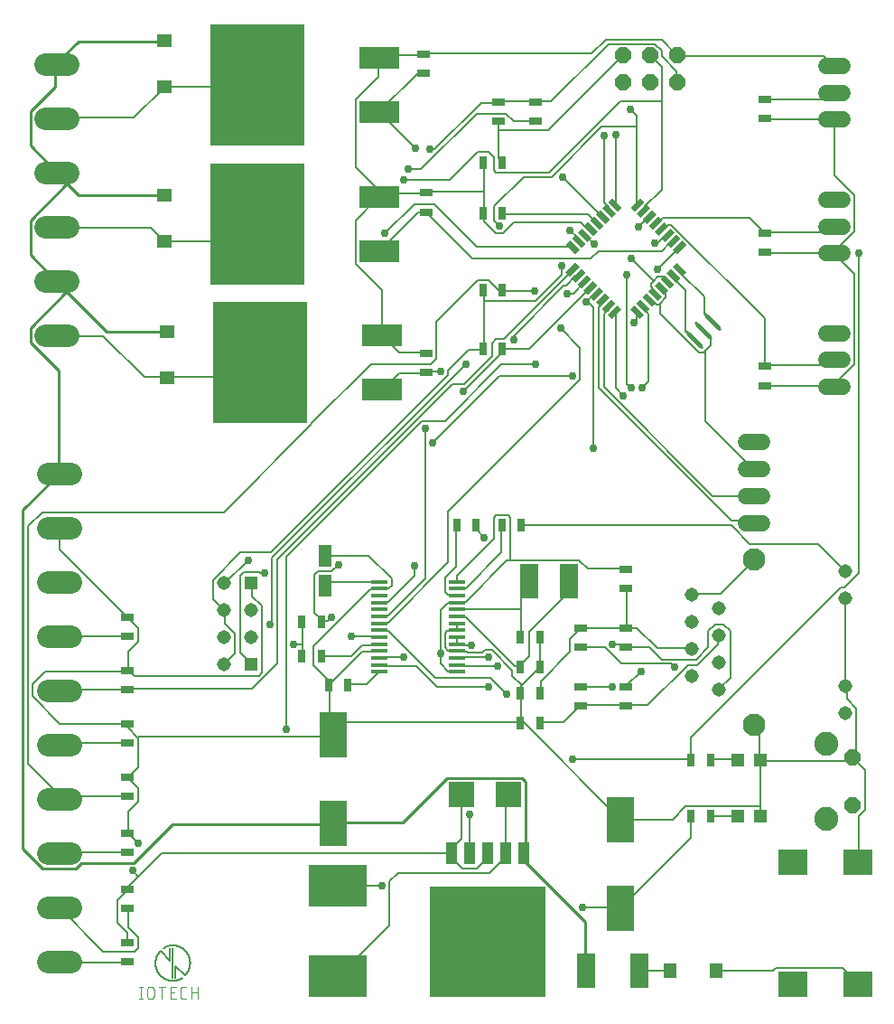
<source format=gbr>
G04 EAGLE Gerber RS-274X export*
G75*
%MOMM*%
%FSLAX34Y34*%
%LPD*%
%INTop Copper*%
%IPPOS*%
%AMOC8*
5,1,8,0,0,1.08239X$1,22.5*%
G01*
%ADD10R,1.200000X1.200000*%
%ADD11R,1.270000X1.470000*%
%ADD12R,0.800000X1.200000*%
%ADD13R,1.780000X3.200000*%
%ADD14R,2.800000X2.400000*%
%ADD15R,1.200000X0.800000*%
%ADD16R,1.470000X1.270000*%
%ADD17R,3.810000X2.082800*%
%ADD18R,8.890000X11.430000*%
%ADD19R,1.308000X1.308000*%
%ADD20C,1.308000*%
%ADD21C,2.095500*%
%ADD22R,1.500000X0.400000*%
%ADD23R,1.700000X3.300000*%
%ADD24R,1.200000X2.000000*%
%ADD25C,2.100000*%
%ADD26C,1.524000*%
%ADD27R,1.270000X0.558800*%
%ADD28R,0.558800X1.270000*%
%ADD29C,0.450000*%
%ADD30C,0.254000*%
%ADD31R,2.500000X4.300000*%
%ADD32R,5.500000X4.000000*%
%ADD33R,10.800000X10.410000*%
%ADD34R,1.066800X2.159000*%
%ADD35R,2.400000X2.400000*%
%ADD36C,0.127000*%
%ADD37C,0.101600*%
%ADD38P,1.649562X8X112.500000*%
%ADD39C,2.247900*%
%ADD40P,1.632244X8X22.500000*%
%ADD41C,0.203200*%
%ADD42C,0.756400*%


D10*
X728000Y200000D03*
X707000Y200000D03*
D11*
X686500Y55000D03*
X643500Y55000D03*
D12*
X681500Y200000D03*
X663500Y200000D03*
D13*
X614900Y55000D03*
X565100Y55000D03*
D14*
X820000Y43000D03*
X820000Y157000D03*
X759000Y43000D03*
X759000Y157000D03*
D15*
X412500Y914000D03*
X412500Y896000D03*
D16*
X170000Y883500D03*
X170000Y926500D03*
D17*
X371400Y859600D03*
X371400Y910400D03*
D18*
X257100Y885000D03*
D15*
X732500Y621500D03*
X732500Y603500D03*
X732500Y746500D03*
X732500Y728500D03*
X415000Y784000D03*
X415000Y766000D03*
D16*
X170000Y738500D03*
X170000Y781500D03*
D17*
X371400Y729600D03*
X371400Y780400D03*
D18*
X257100Y755000D03*
D19*
X251125Y418250D03*
X251125Y342050D03*
D20*
X251125Y392850D03*
X251125Y367450D03*
X225725Y367450D03*
X225725Y392850D03*
X225725Y418250D03*
X225725Y342050D03*
D21*
X78778Y904500D02*
X57823Y904500D01*
X57823Y853700D02*
X78778Y853700D01*
X78778Y650500D02*
X57823Y650500D01*
X57823Y802900D02*
X78778Y802900D01*
X78778Y752100D02*
X57823Y752100D01*
X57823Y701300D02*
X78778Y701300D01*
D15*
X415000Y634000D03*
X415000Y616000D03*
D16*
X172500Y611000D03*
X172500Y654000D03*
D17*
X373900Y599600D03*
X373900Y650400D03*
D18*
X259600Y625000D03*
D15*
X732500Y871500D03*
X732500Y853500D03*
X135000Y386500D03*
X135000Y368500D03*
X135000Y336500D03*
X135000Y318500D03*
X135000Y286500D03*
X135000Y268500D03*
D22*
X371250Y419750D03*
X371250Y413250D03*
X371250Y406750D03*
X371250Y400250D03*
X371250Y393750D03*
X371250Y387250D03*
X371250Y380750D03*
X371250Y374250D03*
X371250Y367750D03*
X371250Y361250D03*
X371250Y354750D03*
X371250Y348250D03*
X371250Y341750D03*
X371250Y335250D03*
X443750Y335250D03*
X443750Y341750D03*
X443750Y348250D03*
X443750Y354750D03*
X443750Y361250D03*
X443750Y367750D03*
X443750Y374250D03*
X443750Y380750D03*
X443750Y387250D03*
X443750Y393750D03*
X443750Y400250D03*
X443750Y406750D03*
X443750Y413250D03*
X443750Y419750D03*
D12*
X316500Y350000D03*
X298500Y350000D03*
X316500Y382500D03*
X298500Y382500D03*
X341500Y322500D03*
X323500Y322500D03*
D23*
X511500Y420000D03*
X548500Y420000D03*
D12*
X503500Y340000D03*
X521500Y340000D03*
X503500Y367500D03*
X521500Y367500D03*
D15*
X560000Y358500D03*
X560000Y376500D03*
X602500Y358500D03*
X602500Y376500D03*
X602500Y303500D03*
X602500Y321500D03*
X560000Y303500D03*
X560000Y321500D03*
D12*
X521500Y315000D03*
X503500Y315000D03*
D15*
X602500Y431500D03*
X602500Y413500D03*
D12*
X521500Y287500D03*
X503500Y287500D03*
D24*
X320000Y416000D03*
X320000Y444000D03*
D12*
X504000Y472500D03*
X486000Y472500D03*
X461500Y472500D03*
X443500Y472500D03*
D25*
X722700Y285750D03*
X722700Y440650D03*
D20*
X808400Y429450D03*
X808400Y404050D03*
X808400Y322350D03*
X808400Y296950D03*
X664300Y407600D03*
X664300Y382200D03*
X664300Y356800D03*
X664300Y331400D03*
X689700Y395000D03*
X689700Y369600D03*
X689700Y344200D03*
X689700Y318800D03*
D26*
X714880Y550600D02*
X730120Y550600D01*
X730120Y525200D02*
X714880Y525200D01*
X714880Y499800D02*
X730120Y499800D01*
X730120Y474400D02*
X714880Y474400D01*
D15*
X482500Y869000D03*
X482500Y851000D03*
D12*
X468500Y812500D03*
X486500Y812500D03*
X468500Y765000D03*
X486500Y765000D03*
X663500Y252500D03*
X681500Y252500D03*
D10*
X728000Y252500D03*
X707000Y252500D03*
D27*
G36*
X610540Y678813D02*
X619519Y669834D01*
X615568Y665883D01*
X606589Y674862D01*
X610540Y678813D01*
G37*
G36*
X616197Y684470D02*
X625176Y675491D01*
X621225Y671540D01*
X612246Y680519D01*
X616197Y684470D01*
G37*
G36*
X621854Y690126D02*
X630833Y681147D01*
X626882Y677196D01*
X617903Y686175D01*
X621854Y690126D01*
G37*
G36*
X627511Y695783D02*
X636490Y686804D01*
X632539Y682853D01*
X623560Y691832D01*
X627511Y695783D01*
G37*
G36*
X633168Y701440D02*
X642147Y692461D01*
X638196Y688510D01*
X629217Y697489D01*
X633168Y701440D01*
G37*
G36*
X638825Y707097D02*
X647804Y698118D01*
X643853Y694167D01*
X634874Y703146D01*
X638825Y707097D01*
G37*
G36*
X644481Y712754D02*
X653460Y703775D01*
X649509Y699824D01*
X640530Y708803D01*
X644481Y712754D01*
G37*
G36*
X650138Y718411D02*
X659117Y709432D01*
X655166Y705481D01*
X646187Y714460D01*
X650138Y718411D01*
G37*
D28*
G36*
X655166Y739519D02*
X659117Y735568D01*
X650138Y726589D01*
X646187Y730540D01*
X655166Y739519D01*
G37*
G36*
X649509Y745176D02*
X653460Y741225D01*
X644481Y732246D01*
X640530Y736197D01*
X649509Y745176D01*
G37*
G36*
X643853Y750833D02*
X647804Y746882D01*
X638825Y737903D01*
X634874Y741854D01*
X643853Y750833D01*
G37*
G36*
X638196Y756490D02*
X642147Y752539D01*
X633168Y743560D01*
X629217Y747511D01*
X638196Y756490D01*
G37*
G36*
X632539Y762147D02*
X636490Y758196D01*
X627511Y749217D01*
X623560Y753168D01*
X632539Y762147D01*
G37*
G36*
X626882Y767804D02*
X630833Y763853D01*
X621854Y754874D01*
X617903Y758825D01*
X626882Y767804D01*
G37*
G36*
X621225Y773460D02*
X625176Y769509D01*
X616197Y760530D01*
X612246Y764481D01*
X621225Y773460D01*
G37*
G36*
X615568Y779117D02*
X619519Y775166D01*
X610540Y766187D01*
X606589Y770138D01*
X615568Y779117D01*
G37*
D27*
G36*
X589432Y779117D02*
X598411Y770138D01*
X594460Y766187D01*
X585481Y775166D01*
X589432Y779117D01*
G37*
G36*
X583775Y773460D02*
X592754Y764481D01*
X588803Y760530D01*
X579824Y769509D01*
X583775Y773460D01*
G37*
G36*
X578118Y767804D02*
X587097Y758825D01*
X583146Y754874D01*
X574167Y763853D01*
X578118Y767804D01*
G37*
G36*
X572461Y762147D02*
X581440Y753168D01*
X577489Y749217D01*
X568510Y758196D01*
X572461Y762147D01*
G37*
G36*
X566804Y756490D02*
X575783Y747511D01*
X571832Y743560D01*
X562853Y752539D01*
X566804Y756490D01*
G37*
G36*
X561147Y750833D02*
X570126Y741854D01*
X566175Y737903D01*
X557196Y746882D01*
X561147Y750833D01*
G37*
G36*
X555491Y745176D02*
X564470Y736197D01*
X560519Y732246D01*
X551540Y741225D01*
X555491Y745176D01*
G37*
G36*
X549834Y739519D02*
X558813Y730540D01*
X554862Y726589D01*
X545883Y735568D01*
X549834Y739519D01*
G37*
D28*
G36*
X554862Y718411D02*
X558813Y714460D01*
X549834Y705481D01*
X545883Y709432D01*
X554862Y718411D01*
G37*
G36*
X560519Y712754D02*
X564470Y708803D01*
X555491Y699824D01*
X551540Y703775D01*
X560519Y712754D01*
G37*
G36*
X566175Y707097D02*
X570126Y703146D01*
X561147Y694167D01*
X557196Y698118D01*
X566175Y707097D01*
G37*
G36*
X571832Y701440D02*
X575783Y697489D01*
X566804Y688510D01*
X562853Y692461D01*
X571832Y701440D01*
G37*
G36*
X577489Y695783D02*
X581440Y691832D01*
X572461Y682853D01*
X568510Y686804D01*
X577489Y695783D01*
G37*
G36*
X583146Y690126D02*
X587097Y686175D01*
X578118Y677196D01*
X574167Y681147D01*
X583146Y690126D01*
G37*
G36*
X588803Y684470D02*
X592754Y680519D01*
X583775Y671540D01*
X579824Y675491D01*
X588803Y684470D01*
G37*
G36*
X594460Y678813D02*
X598411Y674862D01*
X589432Y665883D01*
X585481Y669834D01*
X594460Y678813D01*
G37*
D15*
X517500Y869000D03*
X517500Y851000D03*
D12*
X486500Y692500D03*
X468500Y692500D03*
D29*
X661371Y651659D02*
X671659Y641371D01*
X680144Y649856D02*
X669856Y660144D01*
X678341Y668629D02*
X688629Y658341D01*
D30*
X666515Y646515D02*
X659331Y653699D01*
X666515Y646515D02*
X673699Y639331D01*
X683485Y663485D02*
X676301Y670669D01*
X683485Y663485D02*
X690669Y656301D01*
X675000Y655000D02*
X667816Y662184D01*
X675000Y655000D02*
X682184Y647816D01*
D12*
X486500Y637500D03*
X468500Y637500D03*
D31*
X327500Y193500D03*
X327500Y276500D03*
X597500Y113500D03*
X597500Y196500D03*
D32*
X332500Y135000D03*
X332500Y50000D03*
D33*
X472500Y82100D03*
D34*
X506536Y165412D03*
X489518Y165412D03*
X472500Y165412D03*
X455482Y165412D03*
X438464Y165412D03*
D35*
X492000Y220000D03*
X448000Y220000D03*
D36*
X177500Y76470D02*
X177500Y48530D01*
X180040Y48530D02*
X180040Y59960D01*
X188930Y51070D01*
X174960Y65040D02*
X166070Y73930D01*
X174960Y76470D02*
X174960Y65040D01*
X168610Y76471D02*
X168949Y76680D01*
X169293Y76881D01*
X169642Y77074D01*
X169995Y77258D01*
X170353Y77433D01*
X170715Y77600D01*
X171081Y77758D01*
X171451Y77907D01*
X171824Y78046D01*
X172201Y78177D01*
X172580Y78298D01*
X172963Y78411D01*
X173348Y78513D01*
X173735Y78607D01*
X174125Y78691D01*
X174516Y78765D01*
X174909Y78830D01*
X175304Y78885D01*
X175700Y78931D01*
X176097Y78967D01*
X176495Y78993D01*
X176893Y79010D01*
X177291Y79017D01*
X177690Y79014D01*
X178088Y79001D01*
X178486Y78979D01*
X178883Y78947D01*
X179280Y78906D01*
X179675Y78855D01*
X180069Y78794D01*
X180461Y78724D01*
X180851Y78644D01*
X181240Y78554D01*
X181626Y78455D01*
X182009Y78347D01*
X182390Y78230D01*
X182768Y78103D01*
X183143Y77967D01*
X183514Y77822D01*
X183882Y77668D01*
X184245Y77505D01*
X184605Y77333D01*
X184960Y77153D01*
X185311Y76964D01*
X185657Y76767D01*
X185999Y76561D01*
X186335Y76347D01*
X186665Y76124D01*
X186991Y75894D01*
X187310Y75656D01*
X187624Y75410D01*
X187932Y75157D01*
X188233Y74896D01*
X188528Y74628D01*
X188816Y74353D01*
X189098Y74071D01*
X189372Y73782D01*
X189640Y73486D01*
X189900Y73184D01*
X190153Y72876D01*
X190398Y72562D01*
X190635Y72242D01*
X190865Y71916D01*
X191086Y71585D01*
X191300Y71248D01*
X191505Y70907D01*
X191702Y70560D01*
X191890Y70209D01*
X192070Y69853D01*
X192241Y69493D01*
X192403Y69129D01*
X192556Y68761D01*
X192700Y68390D01*
X192835Y68015D01*
X192961Y67637D01*
X193078Y67256D01*
X193185Y66872D01*
X193283Y66485D01*
X193372Y66097D01*
X193451Y65706D01*
X193521Y65314D01*
X193580Y64920D01*
X193631Y64525D01*
X193672Y64128D01*
X193703Y63731D01*
X193724Y63333D01*
X193736Y62935D01*
X193738Y62536D01*
X193730Y62138D01*
X193712Y61739D01*
X193685Y61342D01*
X193648Y60945D01*
X193602Y60549D01*
X193546Y60155D01*
X193480Y59761D01*
X193405Y59370D01*
X193320Y58981D01*
X193226Y58593D01*
X193122Y58209D01*
X193009Y57826D01*
X192887Y57447D01*
X192756Y57071D01*
X192615Y56698D01*
X192465Y56329D01*
X192307Y55963D01*
X192139Y55601D01*
X191963Y55244D01*
X191778Y54891D01*
X191585Y54542D01*
X191383Y54199D01*
X191173Y53860D01*
X190955Y53527D01*
X190729Y53199D01*
X190494Y52876D01*
X190252Y52560D01*
X190003Y52249D01*
X189745Y51945D01*
X189481Y51646D01*
X189209Y51355D01*
X188930Y51070D01*
X186390Y48529D02*
X186051Y48320D01*
X185707Y48119D01*
X185358Y47926D01*
X185005Y47742D01*
X184647Y47567D01*
X184285Y47400D01*
X183919Y47242D01*
X183549Y47093D01*
X183176Y46954D01*
X182799Y46823D01*
X182420Y46702D01*
X182037Y46589D01*
X181652Y46487D01*
X181265Y46393D01*
X180875Y46309D01*
X180484Y46235D01*
X180091Y46170D01*
X179696Y46115D01*
X179300Y46069D01*
X178903Y46033D01*
X178505Y46007D01*
X178107Y45990D01*
X177709Y45983D01*
X177310Y45986D01*
X176912Y45999D01*
X176514Y46021D01*
X176117Y46053D01*
X175720Y46094D01*
X175325Y46145D01*
X174931Y46206D01*
X174539Y46276D01*
X174149Y46356D01*
X173760Y46446D01*
X173374Y46545D01*
X172991Y46653D01*
X172610Y46770D01*
X172232Y46897D01*
X171857Y47033D01*
X171486Y47178D01*
X171118Y47332D01*
X170755Y47495D01*
X170395Y47667D01*
X170040Y47847D01*
X169689Y48036D01*
X169343Y48233D01*
X169001Y48439D01*
X168665Y48653D01*
X168335Y48876D01*
X168009Y49106D01*
X167690Y49344D01*
X167376Y49590D01*
X167068Y49843D01*
X166767Y50104D01*
X166472Y50372D01*
X166184Y50647D01*
X165902Y50929D01*
X165628Y51218D01*
X165360Y51514D01*
X165100Y51816D01*
X164847Y52124D01*
X164602Y52438D01*
X164365Y52758D01*
X164135Y53084D01*
X163914Y53415D01*
X163700Y53752D01*
X163495Y54093D01*
X163298Y54440D01*
X163110Y54791D01*
X162930Y55147D01*
X162759Y55507D01*
X162597Y55871D01*
X162444Y56239D01*
X162300Y56610D01*
X162165Y56985D01*
X162039Y57363D01*
X161922Y57744D01*
X161815Y58128D01*
X161717Y58515D01*
X161628Y58903D01*
X161549Y59294D01*
X161479Y59686D01*
X161420Y60080D01*
X161369Y60475D01*
X161328Y60872D01*
X161297Y61269D01*
X161276Y61667D01*
X161264Y62065D01*
X161262Y62464D01*
X161270Y62862D01*
X161288Y63261D01*
X161315Y63658D01*
X161352Y64055D01*
X161398Y64451D01*
X161454Y64845D01*
X161520Y65239D01*
X161595Y65630D01*
X161680Y66019D01*
X161774Y66407D01*
X161878Y66791D01*
X161991Y67174D01*
X162113Y67553D01*
X162244Y67929D01*
X162385Y68302D01*
X162535Y68671D01*
X162693Y69037D01*
X162861Y69399D01*
X163037Y69756D01*
X163222Y70109D01*
X163415Y70458D01*
X163617Y70801D01*
X163827Y71140D01*
X164045Y71473D01*
X164271Y71801D01*
X164506Y72124D01*
X164748Y72440D01*
X164997Y72751D01*
X165255Y73055D01*
X165519Y73354D01*
X165791Y73645D01*
X166070Y73930D01*
D37*
X147556Y40402D02*
X147556Y28718D01*
X146258Y28718D02*
X148854Y28718D01*
X148854Y40402D02*
X146258Y40402D01*
X153455Y37156D02*
X153455Y31964D01*
X153454Y37156D02*
X153456Y37269D01*
X153462Y37382D01*
X153472Y37495D01*
X153486Y37608D01*
X153503Y37720D01*
X153525Y37831D01*
X153550Y37941D01*
X153580Y38051D01*
X153613Y38159D01*
X153650Y38266D01*
X153690Y38372D01*
X153735Y38476D01*
X153783Y38579D01*
X153834Y38680D01*
X153889Y38779D01*
X153947Y38876D01*
X154009Y38971D01*
X154074Y39064D01*
X154142Y39154D01*
X154213Y39242D01*
X154288Y39328D01*
X154365Y39411D01*
X154445Y39491D01*
X154528Y39568D01*
X154614Y39643D01*
X154702Y39714D01*
X154792Y39782D01*
X154885Y39847D01*
X154980Y39909D01*
X155077Y39967D01*
X155176Y40022D01*
X155277Y40073D01*
X155380Y40121D01*
X155484Y40166D01*
X155590Y40206D01*
X155697Y40243D01*
X155805Y40276D01*
X155915Y40306D01*
X156025Y40331D01*
X156136Y40353D01*
X156248Y40370D01*
X156361Y40384D01*
X156474Y40394D01*
X156587Y40400D01*
X156700Y40402D01*
X156813Y40400D01*
X156926Y40394D01*
X157039Y40384D01*
X157152Y40370D01*
X157264Y40353D01*
X157375Y40331D01*
X157485Y40306D01*
X157595Y40276D01*
X157703Y40243D01*
X157810Y40206D01*
X157916Y40166D01*
X158020Y40121D01*
X158123Y40073D01*
X158224Y40022D01*
X158323Y39967D01*
X158420Y39909D01*
X158515Y39847D01*
X158608Y39782D01*
X158698Y39714D01*
X158786Y39643D01*
X158872Y39568D01*
X158955Y39491D01*
X159035Y39411D01*
X159112Y39328D01*
X159187Y39242D01*
X159258Y39154D01*
X159326Y39064D01*
X159391Y38971D01*
X159453Y38876D01*
X159511Y38779D01*
X159566Y38680D01*
X159617Y38579D01*
X159665Y38476D01*
X159710Y38372D01*
X159750Y38266D01*
X159787Y38159D01*
X159820Y38051D01*
X159850Y37941D01*
X159875Y37831D01*
X159897Y37720D01*
X159914Y37608D01*
X159928Y37495D01*
X159938Y37382D01*
X159944Y37269D01*
X159946Y37156D01*
X159946Y31964D01*
X159944Y31851D01*
X159938Y31738D01*
X159928Y31625D01*
X159914Y31512D01*
X159897Y31400D01*
X159875Y31289D01*
X159850Y31179D01*
X159820Y31069D01*
X159787Y30961D01*
X159750Y30854D01*
X159710Y30748D01*
X159665Y30644D01*
X159617Y30541D01*
X159566Y30440D01*
X159511Y30341D01*
X159453Y30244D01*
X159391Y30149D01*
X159326Y30056D01*
X159258Y29966D01*
X159187Y29878D01*
X159112Y29792D01*
X159035Y29709D01*
X158955Y29629D01*
X158872Y29552D01*
X158786Y29477D01*
X158698Y29406D01*
X158608Y29338D01*
X158515Y29273D01*
X158420Y29211D01*
X158323Y29153D01*
X158224Y29098D01*
X158123Y29047D01*
X158020Y28999D01*
X157916Y28954D01*
X157810Y28914D01*
X157703Y28877D01*
X157595Y28844D01*
X157485Y28814D01*
X157375Y28789D01*
X157264Y28767D01*
X157152Y28750D01*
X157039Y28736D01*
X156926Y28726D01*
X156813Y28720D01*
X156700Y28718D01*
X156587Y28720D01*
X156474Y28726D01*
X156361Y28736D01*
X156248Y28750D01*
X156136Y28767D01*
X156025Y28789D01*
X155915Y28814D01*
X155805Y28844D01*
X155697Y28877D01*
X155590Y28914D01*
X155484Y28954D01*
X155380Y28999D01*
X155277Y29047D01*
X155176Y29098D01*
X155077Y29153D01*
X154980Y29211D01*
X154885Y29273D01*
X154792Y29338D01*
X154702Y29406D01*
X154614Y29477D01*
X154528Y29552D01*
X154445Y29629D01*
X154365Y29709D01*
X154288Y29792D01*
X154213Y29878D01*
X154142Y29966D01*
X154074Y30056D01*
X154009Y30149D01*
X153947Y30244D01*
X153889Y30341D01*
X153834Y30440D01*
X153783Y30541D01*
X153735Y30644D01*
X153690Y30748D01*
X153650Y30854D01*
X153613Y30961D01*
X153580Y31069D01*
X153550Y31179D01*
X153525Y31289D01*
X153503Y31400D01*
X153486Y31512D01*
X153472Y31625D01*
X153462Y31738D01*
X153456Y31851D01*
X153454Y31964D01*
X167368Y28718D02*
X167368Y40402D01*
X164123Y40402D02*
X170614Y40402D01*
X175194Y28718D02*
X180387Y28718D01*
X175194Y28718D02*
X175194Y40402D01*
X180387Y40402D01*
X179089Y35209D02*
X175194Y35209D01*
X187260Y28718D02*
X189856Y28718D01*
X187260Y28718D02*
X187161Y28720D01*
X187061Y28726D01*
X186962Y28735D01*
X186864Y28748D01*
X186766Y28765D01*
X186668Y28786D01*
X186572Y28811D01*
X186477Y28839D01*
X186383Y28871D01*
X186290Y28906D01*
X186198Y28945D01*
X186108Y28988D01*
X186020Y29033D01*
X185933Y29083D01*
X185849Y29135D01*
X185766Y29191D01*
X185686Y29249D01*
X185608Y29311D01*
X185533Y29376D01*
X185460Y29444D01*
X185390Y29514D01*
X185322Y29587D01*
X185257Y29662D01*
X185195Y29740D01*
X185137Y29820D01*
X185081Y29903D01*
X185029Y29987D01*
X184979Y30074D01*
X184934Y30162D01*
X184891Y30252D01*
X184852Y30344D01*
X184817Y30437D01*
X184785Y30531D01*
X184757Y30626D01*
X184732Y30722D01*
X184711Y30820D01*
X184694Y30918D01*
X184681Y31016D01*
X184672Y31115D01*
X184666Y31215D01*
X184664Y31314D01*
X184663Y31314D02*
X184663Y37806D01*
X184664Y37806D02*
X184666Y37905D01*
X184672Y38005D01*
X184681Y38104D01*
X184694Y38202D01*
X184711Y38300D01*
X184732Y38398D01*
X184757Y38494D01*
X184785Y38589D01*
X184817Y38683D01*
X184852Y38776D01*
X184891Y38868D01*
X184934Y38958D01*
X184979Y39046D01*
X185029Y39133D01*
X185081Y39217D01*
X185137Y39300D01*
X185195Y39380D01*
X185257Y39458D01*
X185322Y39533D01*
X185390Y39606D01*
X185460Y39676D01*
X185533Y39744D01*
X185608Y39809D01*
X185686Y39871D01*
X185766Y39929D01*
X185849Y39985D01*
X185933Y40037D01*
X186020Y40087D01*
X186108Y40132D01*
X186198Y40175D01*
X186290Y40214D01*
X186382Y40249D01*
X186477Y40281D01*
X186572Y40309D01*
X186668Y40334D01*
X186766Y40355D01*
X186864Y40372D01*
X186962Y40385D01*
X187061Y40394D01*
X187161Y40400D01*
X187260Y40402D01*
X189856Y40402D01*
X194603Y40402D02*
X194603Y28718D01*
X194603Y35209D02*
X201094Y35209D01*
X201094Y40402D02*
X201094Y28718D01*
D38*
X814946Y209894D03*
X814946Y255106D03*
D39*
X790054Y197448D03*
X790054Y267552D03*
D26*
X789880Y652500D02*
X805120Y652500D01*
X805120Y627500D02*
X789880Y627500D01*
X789880Y602500D02*
X805120Y602500D01*
X805120Y777500D02*
X789880Y777500D01*
X789880Y752500D02*
X805120Y752500D01*
X805120Y727500D02*
X789880Y727500D01*
X789880Y902500D02*
X805120Y902500D01*
X805120Y877500D02*
X789880Y877500D01*
X789880Y852500D02*
X805120Y852500D01*
D21*
X81278Y521100D02*
X60323Y521100D01*
X60323Y470300D02*
X81278Y470300D01*
X81278Y63900D02*
X60323Y63900D01*
X60323Y419500D02*
X81278Y419500D01*
X81278Y368700D02*
X60323Y368700D01*
X60323Y114700D02*
X81278Y114700D01*
X81278Y317900D02*
X60323Y317900D01*
X60323Y267100D02*
X81278Y267100D01*
X81278Y165500D02*
X60323Y165500D01*
X60323Y216300D02*
X81278Y216300D01*
D15*
X135000Y236500D03*
X135000Y218500D03*
X135000Y184000D03*
X135000Y166000D03*
X135000Y131500D03*
X135000Y113500D03*
X135000Y81500D03*
X135000Y63500D03*
D40*
X599600Y887300D03*
X599600Y912700D03*
X625000Y887300D03*
X625000Y912700D03*
X650400Y887300D03*
X650400Y912700D03*
D30*
X507189Y165321D02*
X507189Y158178D01*
X564337Y101030D01*
X564337Y55107D01*
X507189Y165321D02*
X506536Y165412D01*
X564337Y55107D02*
X565100Y55000D01*
X392893Y193895D02*
X327581Y193895D01*
X392893Y193895D02*
X434733Y235736D01*
X505148Y235736D01*
X508209Y232674D01*
X508209Y165321D01*
X327581Y193895D02*
X327500Y193500D01*
X506536Y165412D02*
X508209Y165321D01*
X169403Y925594D02*
X88784Y925594D01*
X68374Y905184D01*
X169403Y925594D02*
X170000Y926500D01*
X68374Y905184D02*
X68300Y904500D01*
X88784Y781703D02*
X169403Y781703D01*
X78068Y792418D02*
X68374Y802113D01*
X78068Y792418D02*
X88784Y781703D01*
X169403Y781703D02*
X170000Y781500D01*
X68374Y802113D02*
X68300Y802900D01*
X115317Y654141D02*
X172465Y654141D01*
X115317Y654141D02*
X68374Y701084D01*
X172465Y654141D02*
X172500Y654000D01*
X68374Y701084D02*
X68300Y701300D01*
X70415Y617403D02*
X70415Y521476D01*
X70415Y617403D02*
X43882Y643936D01*
X43882Y657202D01*
X77558Y690879D01*
X70415Y521476D02*
X70800Y521100D01*
X77558Y690879D02*
X68300Y701300D01*
X43882Y758232D02*
X78068Y792418D01*
X43882Y758232D02*
X43882Y725576D01*
X67353Y702104D01*
X68300Y701300D01*
X67353Y883753D02*
X67353Y904163D01*
X67353Y883753D02*
X43882Y860282D01*
X43882Y828646D01*
X68374Y804154D01*
X67353Y904163D02*
X68300Y904500D01*
X68374Y804154D02*
X68300Y802900D01*
X177567Y192875D02*
X326560Y192875D01*
X177567Y192875D02*
X140829Y156137D01*
X91845Y156137D01*
X86743Y151034D01*
X55107Y151034D01*
X36738Y169403D01*
X36738Y486779D01*
X70415Y520455D01*
X326560Y192875D02*
X327500Y193500D01*
X70415Y520455D02*
X70800Y521100D01*
D41*
X134706Y90825D02*
X134706Y81640D01*
X134706Y90825D02*
X125522Y100009D01*
X125522Y121440D01*
X134706Y130624D01*
X134706Y81640D02*
X135000Y81500D01*
X134706Y130624D02*
X135000Y131500D01*
X438815Y161239D02*
X438815Y165321D01*
X438815Y161239D02*
X449020Y151034D01*
X462287Y151034D01*
X472492Y161239D01*
X472492Y165321D01*
X438815Y165321D02*
X438464Y165412D01*
X472492Y165321D02*
X472500Y165412D01*
X448000Y178588D02*
X448000Y219408D01*
X448000Y178588D02*
X438815Y169403D01*
X438815Y166342D01*
X448000Y219408D02*
X448000Y220000D01*
X438815Y166342D02*
X438464Y165412D01*
X135727Y133686D02*
X135727Y131645D01*
X145421Y143380D02*
X167362Y165321D01*
X145421Y143380D02*
X135727Y133686D01*
X167362Y165321D02*
X437795Y165321D01*
X135727Y131645D02*
X135000Y131500D01*
X437795Y165321D02*
X438464Y165412D01*
X135727Y336765D02*
X135727Y354114D01*
X144911Y363298D01*
X144911Y376565D01*
X135727Y385749D01*
X135727Y336765D02*
X135000Y336500D01*
X135727Y385749D02*
X135000Y386500D01*
X252064Y406159D02*
X252064Y417385D01*
X252064Y406159D02*
X261248Y396975D01*
X261248Y334724D01*
X258187Y331663D01*
X141850Y331663D01*
X136747Y336765D01*
X251125Y418250D02*
X252064Y417385D01*
X136747Y336765D02*
X135000Y336500D01*
X71435Y450041D02*
X71435Y469430D01*
X71435Y450041D02*
X134706Y386770D01*
X71435Y469430D02*
X70800Y470300D01*
X134706Y386770D02*
X135000Y386500D01*
X135727Y204100D02*
X135727Y184711D01*
X135727Y204100D02*
X144911Y213285D01*
X144911Y226551D01*
X135727Y235736D01*
X135727Y184711D02*
X135000Y184000D01*
X135727Y235736D02*
X135000Y236500D01*
X135727Y282679D02*
X135727Y285740D01*
X144401Y274004D02*
X144911Y273494D01*
X144401Y274004D02*
X135727Y282679D01*
X144911Y273494D02*
X144911Y245941D01*
X135727Y236756D01*
X135727Y285740D02*
X135000Y286500D01*
X135727Y236756D02*
X135000Y236500D01*
X371462Y413303D02*
X379626Y413303D01*
X382688Y416364D01*
X382688Y422487D01*
X361257Y443918D01*
X320437Y443918D01*
X371250Y413250D02*
X371462Y413303D01*
X320437Y443918D02*
X320000Y444000D01*
X324519Y287781D02*
X324519Y278597D01*
X324519Y287781D02*
X324519Y322478D01*
X324519Y278597D02*
X326560Y276556D01*
X324519Y322478D02*
X323500Y322500D01*
X326560Y276556D02*
X327500Y276500D01*
X355134Y354114D02*
X370442Y354114D01*
X355134Y354114D02*
X324519Y323499D01*
X370442Y354114D02*
X371250Y354750D01*
X324519Y323499D02*
X323500Y322500D01*
X362278Y412282D02*
X370442Y412282D01*
X362278Y412282D02*
X309212Y359216D01*
X309212Y341868D01*
X325540Y325540D01*
X370442Y412282D02*
X371250Y413250D01*
X325540Y325540D02*
X323500Y322500D01*
X321458Y274515D02*
X144911Y274515D01*
X321458Y274515D02*
X324519Y277576D01*
X144911Y274515D02*
X144401Y274004D01*
X324519Y277576D02*
X327500Y276500D01*
X134706Y335745D02*
X58169Y335745D01*
X45923Y323499D01*
X45923Y312273D01*
X71435Y286761D01*
X134706Y286761D01*
X134706Y335745D02*
X135000Y336500D01*
X134706Y286761D02*
X135000Y286500D01*
X139809Y148993D02*
X145421Y143380D01*
X144911Y174506D02*
X135727Y183690D01*
X135000Y184000D01*
X469430Y784765D02*
X469430Y812318D01*
X469430Y784765D02*
X469430Y765375D01*
X468500Y765000D01*
X469430Y812318D02*
X468500Y812500D01*
X566378Y750068D02*
X568419Y750068D01*
X566378Y750068D02*
X560255Y756191D01*
X496984Y756191D01*
X486779Y745986D01*
X480656Y745986D01*
X469430Y757211D01*
X469430Y764355D01*
X568419Y750068D02*
X569318Y750025D01*
X469430Y764355D02*
X468500Y765000D01*
X412282Y913348D02*
X373503Y913348D01*
X371462Y911307D01*
X412282Y913348D02*
X412500Y914000D01*
X371462Y911307D02*
X371400Y910400D01*
X389831Y634751D02*
X414323Y634751D01*
X389831Y634751D02*
X374524Y650059D01*
X414323Y634751D02*
X415000Y634000D01*
X374524Y650059D02*
X373900Y650400D01*
X374524Y783744D02*
X414323Y783744D01*
X374524Y783744D02*
X371462Y780683D01*
X414323Y783744D02*
X415000Y784000D01*
X371462Y780683D02*
X371400Y780400D01*
X373503Y692920D02*
X373503Y651079D01*
X373503Y692920D02*
X349011Y717412D01*
X349011Y758232D01*
X370442Y779662D01*
X373503Y651079D02*
X373900Y650400D01*
X370442Y779662D02*
X371400Y780400D01*
X370442Y892938D02*
X370442Y910286D01*
X370442Y892938D02*
X349011Y871507D01*
X349011Y808236D01*
X373503Y783744D01*
X370442Y910286D02*
X371400Y910400D01*
X373503Y783744D02*
X371400Y780400D01*
X415344Y784765D02*
X469430Y784765D01*
X415344Y784765D02*
X415000Y784000D01*
X651079Y912327D02*
X787826Y912327D01*
X797011Y903143D01*
X651079Y912327D02*
X650400Y912700D01*
X797011Y903143D02*
X797500Y902500D01*
X627608Y682715D02*
X624546Y682715D01*
X627608Y682715D02*
X630669Y679653D01*
X633731Y679653D01*
X634241Y680163D02*
X639854Y685776D01*
X634241Y680163D02*
X633731Y679653D01*
X639854Y685776D02*
X639854Y690879D01*
X635772Y694961D01*
X624368Y683661D02*
X624546Y682715D01*
X635682Y694975D02*
X635772Y694961D01*
X681694Y646997D02*
X681694Y640874D01*
X676081Y635261D02*
X675571Y634751D01*
X676081Y635261D02*
X681694Y640874D01*
X675571Y634751D02*
X670469Y634751D01*
X634751Y670469D01*
X634751Y679653D01*
X675000Y655000D02*
X681694Y646997D01*
X634751Y679653D02*
X634241Y680163D01*
X664346Y408200D02*
X690879Y408200D01*
X722514Y439836D01*
X664346Y408200D02*
X664300Y407600D01*
X722514Y439836D02*
X722700Y440650D01*
X676592Y570460D02*
X676592Y634751D01*
X676592Y570460D02*
X721494Y525558D01*
X676592Y634751D02*
X676081Y635261D01*
X721494Y525558D02*
X722500Y525200D01*
X442897Y355134D02*
X435754Y355134D01*
X432692Y358196D01*
X432692Y371462D01*
X434733Y373503D01*
X442897Y373503D01*
X442897Y355134D02*
X443750Y354750D01*
X442897Y373503D02*
X443750Y374250D01*
X443918Y374524D02*
X443918Y380647D01*
X443750Y380750D01*
X443918Y374524D02*
X443750Y374250D01*
X504127Y314314D02*
X504127Y287781D01*
X503500Y287500D01*
X504127Y314314D02*
X503500Y315000D01*
X521476Y340847D02*
X521476Y367380D01*
X521476Y340847D02*
X521500Y340000D01*
X521476Y367380D02*
X521500Y367500D01*
X504127Y322478D02*
X504127Y315335D01*
X504637Y322988D02*
X521476Y339827D01*
X504637Y322988D02*
X504127Y322478D01*
X504127Y315335D02*
X503500Y315000D01*
X521476Y339827D02*
X521500Y340000D01*
X453102Y354114D02*
X443918Y354114D01*
X453102Y354114D02*
X454123Y353093D01*
X467389Y353093D01*
X470451Y356155D01*
X476574Y356155D01*
X495963Y336765D01*
X495963Y331663D01*
X504637Y322988D01*
X443918Y354114D02*
X443750Y354750D01*
X506168Y287781D02*
X596993Y196957D01*
X506168Y287781D02*
X505148Y287781D01*
X596993Y196957D02*
X597500Y196500D01*
X505148Y287781D02*
X503500Y287500D01*
X728637Y252064D02*
X728637Y209203D01*
X728637Y200018D01*
X728000Y200000D01*
X728637Y252064D02*
X728000Y252500D01*
X727617Y253084D02*
X727617Y281658D01*
X723535Y285740D01*
X727617Y253084D02*
X728000Y252500D01*
X723535Y285740D02*
X722700Y285750D01*
X809257Y310232D02*
X809257Y321458D01*
X809257Y310232D02*
X818441Y301048D01*
X818441Y258187D01*
X815380Y255125D01*
X809257Y321458D02*
X808400Y322350D01*
X814946Y255106D02*
X815380Y255125D01*
X808236Y322478D02*
X808236Y403098D01*
X808400Y404050D01*
X808236Y322478D02*
X808400Y322350D01*
X820482Y200018D02*
X820482Y157157D01*
X820482Y200018D02*
X826605Y206141D01*
X826605Y242879D01*
X815380Y254105D01*
X820482Y157157D02*
X820000Y157000D01*
X815380Y254105D02*
X814946Y255106D01*
X812318Y252064D02*
X729658Y252064D01*
X812318Y252064D02*
X814359Y254105D01*
X729658Y252064D02*
X728000Y252500D01*
X814359Y254105D02*
X814946Y255106D01*
X645977Y196957D02*
X598013Y196957D01*
X645977Y196957D02*
X658223Y209203D01*
X728637Y209203D01*
X598013Y196957D02*
X597500Y196500D01*
X570460Y914368D02*
X413303Y914368D01*
X570460Y914368D02*
X583726Y927635D01*
X635772Y927635D01*
X650059Y913348D01*
X413303Y914368D02*
X412500Y914000D01*
X650059Y913348D02*
X650400Y912700D01*
X503107Y287781D02*
X324519Y287781D01*
X327500Y276500D01*
X503107Y287781D02*
X503500Y287500D01*
D42*
X139809Y148993D03*
X144911Y174506D03*
D41*
X681694Y200018D02*
X706186Y200018D01*
X681694Y200018D02*
X681500Y200000D01*
X706186Y200018D02*
X707000Y200000D01*
X642915Y55107D02*
X615362Y55107D01*
X642915Y55107D02*
X643500Y55000D01*
X615362Y55107D02*
X614900Y55000D01*
X255125Y883753D02*
X170424Y883753D01*
X255125Y883753D02*
X256146Y884774D01*
X170424Y883753D02*
X170000Y883500D01*
X256146Y884774D02*
X257100Y885000D01*
X140829Y854159D02*
X68374Y854159D01*
X140829Y854159D02*
X169403Y882733D01*
X68374Y854159D02*
X68300Y853700D01*
X169403Y882733D02*
X170000Y883500D01*
X612300Y856200D02*
X612300Y845995D01*
X612300Y773539D01*
X612300Y856200D02*
X606177Y862323D01*
X612300Y773539D02*
X613054Y772652D01*
X379626Y381667D02*
X371462Y381667D01*
X379626Y381667D02*
X435754Y437795D01*
X435754Y485758D01*
X559234Y609239D01*
X559234Y638833D01*
X540865Y657202D01*
X483717Y753129D02*
X478615Y758232D01*
X478615Y771498D01*
X506168Y799052D01*
X532701Y799052D01*
X579644Y845995D01*
X612300Y845995D01*
X371462Y381667D02*
X371250Y380750D01*
D42*
X606177Y862323D03*
X540865Y657202D03*
X483717Y753129D03*
D41*
X134706Y368401D02*
X71435Y368401D01*
X134706Y368401D02*
X135000Y368500D01*
X71435Y368401D02*
X70800Y368700D01*
X462287Y733740D02*
X552091Y733740D01*
X462287Y733740D02*
X422487Y773539D01*
X404118Y773539D01*
X376565Y745986D01*
X552091Y733740D02*
X552348Y733054D01*
D42*
X376565Y745986D03*
D41*
X240838Y738842D02*
X170424Y738842D01*
X240838Y738842D02*
X256146Y754150D01*
X170424Y738842D02*
X170000Y738500D01*
X256146Y754150D02*
X257100Y755000D01*
X157157Y751088D02*
X68374Y751088D01*
X157157Y751088D02*
X169403Y738842D01*
X68374Y751088D02*
X68300Y752100D01*
X169403Y738842D02*
X170000Y738500D01*
X592911Y671489D02*
X592911Y601075D01*
X600054Y593931D01*
X404118Y434733D02*
X404118Y425549D01*
X379626Y401057D01*
X371462Y401057D01*
X592911Y671489D02*
X591946Y672348D01*
X371462Y401057D02*
X371250Y400250D01*
D42*
X600054Y593931D03*
X404118Y434733D03*
D41*
X612300Y664346D02*
X612300Y671489D01*
X612300Y664346D02*
X610259Y662305D01*
X552091Y612300D02*
X483717Y612300D01*
X421467Y550050D01*
X247982Y439836D02*
X226551Y418405D01*
X612300Y671489D02*
X613054Y672348D01*
X226551Y418405D02*
X225725Y418250D01*
D42*
X610259Y662305D03*
X552091Y612300D03*
X421467Y550050D03*
X247982Y439836D03*
D41*
X619444Y674551D02*
X619444Y677612D01*
X619444Y674551D02*
X623526Y670469D01*
X623526Y607198D01*
X617403Y601075D01*
X263289Y427590D02*
X259207Y427590D01*
X258187Y428610D01*
X243900Y428610D01*
X240838Y425549D01*
X240838Y353093D01*
X251043Y342888D01*
X618711Y678005D02*
X619444Y677612D01*
X251043Y342888D02*
X251125Y342050D01*
D42*
X617403Y601075D03*
X263289Y427590D03*
D41*
X389831Y615362D02*
X414323Y615362D01*
X389831Y615362D02*
X374524Y600054D01*
X414323Y615362D02*
X415000Y616000D01*
X374524Y600054D02*
X373900Y599600D01*
X631690Y712309D02*
X652100Y732719D01*
X428610Y616382D02*
X415344Y616382D01*
X652100Y732719D02*
X652652Y733054D01*
X415344Y616382D02*
X415000Y616000D01*
D42*
X631690Y712309D03*
X428610Y616382D03*
D41*
X414323Y765375D02*
X407180Y765375D01*
X371462Y729658D01*
X414323Y765375D02*
X415000Y766000D01*
X371462Y729658D02*
X371400Y729600D01*
X643936Y737822D02*
X645977Y737822D01*
X643936Y737822D02*
X635772Y729658D01*
X576583Y729658D01*
X569439Y722514D01*
X458205Y722514D01*
X415344Y765375D01*
X645977Y737822D02*
X646995Y738711D01*
X415344Y765375D02*
X415000Y766000D01*
X732719Y871507D02*
X791908Y871507D01*
X797011Y876610D01*
X732719Y871507D02*
X732500Y871500D01*
X797011Y876610D02*
X797500Y877500D01*
X557193Y741904D02*
X557193Y738842D01*
X557193Y741904D02*
X550050Y749047D01*
X557193Y738842D02*
X558005Y738711D01*
D42*
X550050Y749047D03*
D41*
X592911Y773539D02*
X592911Y838851D01*
X592911Y773539D02*
X591946Y772652D01*
X552091Y253084D02*
X663325Y253084D01*
X490861Y314314D02*
X475553Y329622D01*
X423508Y329622D01*
X379626Y373503D01*
X371462Y373503D01*
X663325Y253084D02*
X663500Y252500D01*
X371462Y373503D02*
X371250Y374250D01*
X820482Y427590D02*
X820482Y727617D01*
X820482Y427590D02*
X807216Y414323D01*
X804154Y414323D01*
X663325Y273494D01*
X663325Y254105D01*
X663500Y252500D01*
D42*
X592911Y838851D03*
X552091Y253084D03*
X490861Y314314D03*
X820482Y727617D03*
D41*
X619444Y767416D02*
X619444Y770478D01*
X635772Y786806D01*
X635772Y869466D02*
X635772Y902122D01*
X635772Y869466D02*
X635772Y786806D01*
X635772Y902122D02*
X625567Y912327D01*
X619444Y767416D02*
X618711Y766995D01*
X625567Y912327D02*
X625000Y912700D01*
X379626Y387790D02*
X371462Y387790D01*
X379626Y387790D02*
X414323Y422487D01*
X414323Y563316D01*
X393913Y795990D02*
X436774Y795990D01*
X463307Y822523D01*
X473512Y822523D01*
X478615Y817421D01*
X478615Y805175D01*
X480656Y803134D01*
X530660Y803134D01*
X596993Y869466D01*
X635772Y869466D01*
X371462Y387790D02*
X371250Y387250D01*
D42*
X414323Y563316D03*
X393913Y795990D03*
D41*
X322478Y382688D02*
X317376Y382688D01*
X322478Y382688D02*
X326560Y386770D01*
X344929Y368401D02*
X370442Y368401D01*
X317376Y382688D02*
X316500Y382500D01*
X370442Y368401D02*
X371250Y367750D01*
X614341Y752109D02*
X623526Y761293D01*
X603116Y707207D02*
X603116Y605157D01*
X607198Y601075D01*
X332683Y435754D02*
X326560Y429631D01*
X313294Y429631D01*
X310232Y426569D01*
X310232Y390852D01*
X317376Y383708D01*
X623526Y761293D02*
X624368Y761339D01*
X317376Y383708D02*
X316500Y382500D01*
D42*
X326560Y386770D03*
X344929Y368401D03*
X614341Y752109D03*
X603116Y707207D03*
X607198Y601075D03*
X332683Y435754D03*
D41*
X407180Y895999D02*
X412282Y895999D01*
X407180Y895999D02*
X371462Y860282D01*
X412282Y895999D02*
X412500Y896000D01*
X371462Y860282D02*
X371400Y859600D01*
X638833Y743945D02*
X640874Y743945D01*
X638833Y743945D02*
X631690Y736801D01*
X629649Y736801D01*
X405139Y825585D02*
X371462Y859261D01*
X640874Y743945D02*
X641339Y744368D01*
X371462Y859261D02*
X371400Y859600D01*
D42*
X629649Y736801D03*
X405139Y825585D03*
D41*
X732719Y622505D02*
X792929Y622505D01*
X797011Y626587D01*
X732719Y622505D02*
X732500Y621500D01*
X797011Y626587D02*
X797500Y627500D01*
X637813Y750068D02*
X635772Y750068D01*
X637813Y750068D02*
X641895Y754150D01*
X644956Y754150D01*
X732719Y666387D01*
X732719Y623526D01*
X635772Y750068D02*
X635682Y750025D01*
X732719Y623526D02*
X732500Y621500D01*
X732719Y747006D02*
X791908Y747006D01*
X797011Y752109D01*
X732719Y747006D02*
X732500Y746500D01*
X797011Y752109D02*
X797500Y752500D01*
X632710Y756191D02*
X630669Y756191D01*
X632710Y756191D02*
X636792Y760273D01*
X718432Y760273D01*
X731699Y747006D01*
X630669Y756191D02*
X630025Y755682D01*
X731699Y747006D02*
X732500Y746500D01*
X134706Y268392D02*
X72456Y268392D01*
X71435Y267371D01*
X134706Y268392D02*
X135000Y268500D01*
X71435Y267371D02*
X70800Y267100D01*
X555152Y706186D02*
X557193Y706186D01*
X555152Y706186D02*
X545968Y697002D01*
X543927Y697002D01*
X496984Y650059D01*
X496984Y645977D01*
X452082Y623526D02*
X270433Y441877D01*
X270433Y381667D01*
X268392Y379626D01*
X557193Y706186D02*
X558005Y706289D01*
D42*
X496984Y645977D03*
X452082Y623526D03*
X268392Y379626D03*
D41*
X134706Y318396D02*
X71435Y318396D01*
X134706Y318396D02*
X135000Y318500D01*
X71435Y318396D02*
X70800Y317900D01*
X487799Y646997D02*
X552091Y711289D01*
X487799Y646997D02*
X480656Y646997D01*
X476574Y642915D01*
X476574Y630669D01*
X451061Y605157D01*
X439836Y605157D01*
X275535Y440856D01*
X275535Y342888D01*
X252064Y319417D01*
X135727Y319417D01*
X552091Y711289D02*
X552348Y711946D01*
X135727Y319417D02*
X135000Y318500D01*
X173485Y611280D02*
X245941Y611280D01*
X259207Y624546D01*
X173485Y611280D02*
X172500Y611000D01*
X259207Y624546D02*
X259600Y625000D01*
X112255Y650059D02*
X68374Y650059D01*
X112255Y650059D02*
X151034Y611280D01*
X172465Y611280D01*
X68374Y650059D02*
X68300Y650500D01*
X172465Y611280D02*
X172500Y611000D01*
X732719Y853138D02*
X797011Y853138D01*
X732719Y853138D02*
X732500Y853500D01*
X797011Y853138D02*
X797500Y852500D01*
X797011Y603116D02*
X732719Y603116D01*
X732500Y603500D01*
X797011Y603116D02*
X797500Y602500D01*
X797011Y727617D02*
X732719Y727617D01*
X732500Y728500D01*
X797011Y727617D02*
X797500Y727500D01*
X816400Y623526D02*
X797011Y604136D01*
X816400Y623526D02*
X816400Y708227D01*
X798031Y726596D01*
X797011Y604136D02*
X797500Y602500D01*
X798031Y726596D02*
X797500Y727500D01*
X798031Y800072D02*
X798031Y852118D01*
X798031Y800072D02*
X816400Y781703D01*
X816400Y748027D01*
X797011Y728637D01*
X798031Y852118D02*
X797500Y852500D01*
X797011Y728637D02*
X797500Y727500D01*
X469430Y691899D02*
X469430Y682715D01*
X469430Y637813D01*
X468500Y637500D01*
X469430Y691899D02*
X468500Y692500D01*
X482697Y816400D02*
X482697Y842933D01*
X482697Y850077D01*
X482697Y816400D02*
X485758Y813339D01*
X482697Y850077D02*
X482500Y851000D01*
X485758Y813339D02*
X486500Y812500D01*
X629649Y691899D02*
X629649Y689858D01*
X629649Y691899D02*
X625567Y695981D01*
X625567Y699043D01*
X628118Y701594D02*
X631690Y705166D01*
X628118Y701594D02*
X625567Y699043D01*
X631690Y705166D02*
X636792Y705166D01*
X640874Y701084D01*
X629649Y689858D02*
X630025Y689318D01*
X641339Y700632D02*
X640874Y701084D01*
X585767Y767416D02*
X585767Y770478D01*
X581685Y774560D01*
X581685Y837831D01*
X585767Y767416D02*
X586289Y766995D01*
X607198Y722514D02*
X628118Y701594D01*
X529640Y842933D02*
X482697Y842933D01*
X529640Y842933D02*
X599034Y912327D01*
X599600Y912700D01*
X517394Y682715D02*
X469430Y682715D01*
X517394Y682715D02*
X541886Y707207D01*
X541886Y715371D01*
X299007Y381667D02*
X299007Y361257D01*
X299007Y350032D01*
X298500Y350000D01*
X299007Y381667D02*
X298500Y382500D01*
X299007Y361257D02*
X290843Y361257D01*
X226551Y380647D02*
X226551Y391872D01*
X226551Y380647D02*
X235736Y371462D01*
X235736Y352073D01*
X226551Y342888D01*
X226551Y391872D02*
X225725Y392850D01*
X226551Y342888D02*
X225725Y342050D01*
X663325Y198998D02*
X663325Y179608D01*
X598013Y114296D01*
X663325Y198998D02*
X663500Y200000D01*
X598013Y114296D02*
X597500Y113500D01*
X443918Y361257D02*
X443918Y367380D01*
X443918Y361257D02*
X443750Y361250D01*
X443918Y367380D02*
X443750Y367750D01*
X566378Y431672D02*
X602095Y431672D01*
X566378Y431672D02*
X558214Y439836D01*
X493922Y439836D02*
X490861Y439836D01*
X493922Y439836D02*
X558214Y439836D01*
X490861Y439836D02*
X452082Y401057D01*
X443918Y401057D01*
X602095Y431672D02*
X602500Y431500D01*
X443918Y401057D02*
X443750Y400250D01*
X442897Y335745D02*
X435754Y335745D01*
X428610Y342888D01*
X428610Y352073D02*
X428610Y392893D01*
X428610Y352073D02*
X428610Y342888D01*
X428610Y392893D02*
X435754Y400036D01*
X442897Y400036D01*
X442897Y335745D02*
X443750Y335250D01*
X442897Y400036D02*
X443750Y400250D01*
X443918Y420446D02*
X443918Y425549D01*
X478615Y460246D01*
X478615Y479635D01*
X480656Y481676D01*
X491881Y481676D01*
X493922Y479635D01*
X493922Y439836D01*
X443918Y420446D02*
X443750Y419750D01*
X443918Y360237D02*
X457184Y360237D01*
X443918Y360237D02*
X443750Y361250D01*
X456164Y202059D02*
X456164Y166342D01*
X455482Y165412D01*
X373503Y134706D02*
X332683Y134706D01*
X332500Y135000D01*
X561275Y114296D02*
X596993Y114296D01*
X597500Y113500D01*
X468410Y636792D02*
X455143Y636792D01*
X435754Y617403D01*
X435754Y613321D01*
X269412Y446979D01*
X240838Y446979D01*
X215326Y421467D01*
X215326Y403098D01*
X225531Y392893D01*
X468410Y636792D02*
X468500Y637500D01*
X225725Y392850D02*
X225531Y392893D01*
D42*
X581685Y837831D03*
X607198Y722514D03*
X541886Y715371D03*
X290843Y361257D03*
X457184Y360237D03*
X428610Y352073D03*
X456164Y202059D03*
X373503Y134706D03*
X561275Y114296D03*
D41*
X504127Y472492D02*
X701084Y472492D01*
X718432Y455143D01*
X782724Y455143D01*
X808236Y429631D01*
X504127Y472492D02*
X504000Y472500D01*
X808236Y429631D02*
X808400Y429450D01*
X462287Y468410D02*
X462287Y472492D01*
X462287Y468410D02*
X469430Y461266D01*
X462287Y472492D02*
X461500Y472500D01*
D42*
X469430Y461266D03*
D41*
X370442Y419426D02*
X323499Y419426D01*
X320437Y416364D01*
X370442Y419426D02*
X371250Y419750D01*
X320437Y416364D02*
X320000Y416000D01*
X317376Y350032D02*
X344929Y350032D01*
X355134Y360237D01*
X370442Y360237D01*
X317376Y350032D02*
X316500Y350000D01*
X370442Y360237D02*
X371250Y361250D01*
X359216Y323499D02*
X341868Y323499D01*
X359216Y323499D02*
X370442Y334724D01*
X341868Y323499D02*
X341500Y322500D01*
X370442Y334724D02*
X371250Y335250D01*
X504127Y393913D02*
X504127Y412282D01*
X504127Y393913D02*
X504127Y368401D01*
X504127Y412282D02*
X511271Y419426D01*
X504127Y368401D02*
X503500Y367500D01*
X511271Y419426D02*
X511500Y420000D01*
X504127Y393913D02*
X443918Y393913D01*
X443750Y393750D01*
X498004Y340847D02*
X503107Y340847D01*
X498004Y340847D02*
X452082Y386770D01*
X443918Y386770D01*
X503107Y340847D02*
X503500Y340000D01*
X443918Y386770D02*
X443750Y387250D01*
X548009Y409221D02*
X548009Y419426D01*
X548009Y409221D02*
X511271Y372483D01*
X511271Y350032D01*
X503107Y341868D01*
X548009Y419426D02*
X548500Y420000D01*
X503107Y341868D02*
X503500Y340000D01*
X603116Y376565D02*
X603116Y413303D01*
X603116Y376565D02*
X602500Y376500D01*
X603116Y413303D02*
X602500Y413500D01*
X522496Y326560D02*
X522496Y315335D01*
X522496Y326560D02*
X550050Y354114D01*
X550050Y366360D01*
X559234Y375544D01*
X522496Y315335D02*
X521500Y315000D01*
X559234Y375544D02*
X560000Y376500D01*
X560255Y376565D02*
X602095Y376565D01*
X602500Y376500D01*
X560255Y376565D02*
X560000Y376500D01*
X631690Y357175D02*
X663325Y357175D01*
X631690Y357175D02*
X612300Y376565D01*
X604136Y376565D01*
X663325Y357175D02*
X664300Y356800D01*
X604136Y376565D02*
X602500Y376500D01*
X543927Y287781D02*
X522496Y287781D01*
X543927Y287781D02*
X559234Y303089D01*
X522496Y287781D02*
X521500Y287500D01*
X559234Y303089D02*
X560000Y303500D01*
X560255Y304109D02*
X602095Y304109D01*
X602500Y303500D01*
X560255Y304109D02*
X560000Y303500D01*
X688838Y361257D02*
X688838Y369421D01*
X688838Y361257D02*
X669448Y341868D01*
X660264Y341868D01*
X622505Y304109D01*
X603116Y304109D01*
X688838Y369421D02*
X689700Y369600D01*
X603116Y304109D02*
X602500Y303500D01*
X603116Y358196D02*
X624546Y358196D01*
X635772Y346970D01*
X668428Y346970D01*
X679653Y358196D01*
X679653Y373503D01*
X685776Y379626D01*
X693940Y379626D01*
X700063Y373503D01*
X700063Y329622D01*
X689858Y319417D01*
X603116Y358196D02*
X602500Y358500D01*
X689858Y319417D02*
X689700Y318800D01*
X473512Y349011D02*
X443918Y349011D01*
X589849Y361257D02*
X600054Y361257D01*
X602095Y359216D01*
X443918Y349011D02*
X443750Y348250D01*
X602095Y359216D02*
X602500Y358500D01*
D42*
X473512Y349011D03*
X589849Y361257D03*
D41*
X582706Y358196D02*
X560255Y358196D01*
X582706Y358196D02*
X598013Y342888D01*
X644956Y342888D01*
X648018Y339827D01*
X560255Y358196D02*
X560000Y358500D01*
X481676Y340847D02*
X443918Y340847D01*
X443750Y341750D01*
D42*
X648018Y339827D03*
X481676Y340847D03*
D41*
X603116Y322478D02*
X616382Y335745D01*
X603116Y322478D02*
X602500Y321500D01*
X393913Y349011D02*
X371462Y349011D01*
X371250Y348250D01*
D42*
X616382Y335745D03*
X393913Y349011D03*
D41*
X560255Y321458D02*
X589849Y321458D01*
X560255Y321458D02*
X560000Y321500D01*
X406159Y340847D02*
X371462Y340847D01*
X406159Y340847D02*
X425549Y321458D01*
X473512Y321458D01*
X371462Y340847D02*
X371250Y341750D01*
D42*
X589849Y321458D03*
X473512Y321458D03*
D41*
X485758Y446979D02*
X485758Y472492D01*
X485758Y446979D02*
X452082Y413303D01*
X443918Y413303D01*
X485758Y472492D02*
X486000Y472500D01*
X443918Y413303D02*
X443750Y413250D01*
X442897Y433713D02*
X442897Y472492D01*
X442897Y433713D02*
X432692Y423508D01*
X432692Y410241D01*
X435754Y407180D01*
X442897Y407180D01*
X442897Y472492D02*
X443500Y472500D01*
X442897Y407180D02*
X443750Y406750D01*
X486779Y764355D02*
X566378Y764355D01*
X574542Y756191D01*
X486779Y764355D02*
X486500Y765000D01*
X574542Y756191D02*
X574975Y755682D01*
X517394Y869466D02*
X482697Y869466D01*
X482500Y869000D01*
X517394Y869466D02*
X517500Y869000D01*
X572501Y688838D02*
X574542Y688838D01*
X572501Y688838D02*
X565357Y681694D01*
X422487Y824564D02*
X418405Y824564D01*
X422487Y824564D02*
X466369Y868446D01*
X481676Y868446D01*
X574975Y689318D02*
X574542Y688838D01*
X481676Y868446D02*
X482500Y869000D01*
X650059Y887835D02*
X650059Y898040D01*
X635772Y912327D01*
X635772Y917430D01*
X629649Y923553D01*
X585767Y923553D01*
X531681Y869466D01*
X518414Y869466D01*
X650059Y887835D02*
X650400Y887300D01*
X518414Y869466D02*
X517500Y869000D01*
X571480Y676592D02*
X571480Y544947D01*
X571480Y676592D02*
X566378Y681694D01*
X565357Y681694D01*
D42*
X565357Y681694D03*
X418405Y824564D03*
X571480Y544947D03*
D41*
X681694Y253084D02*
X706186Y253084D01*
X681694Y253084D02*
X681500Y252500D01*
X706186Y253084D02*
X707000Y252500D01*
X585767Y674551D02*
X585767Y677612D01*
X585767Y674551D02*
X581685Y670469D01*
X581685Y602095D01*
X683735Y500045D01*
X721494Y500045D01*
X586289Y678005D02*
X585767Y677612D01*
X721494Y500045D02*
X722500Y499800D01*
X134706Y166342D02*
X71435Y166342D01*
X134706Y166342D02*
X135000Y166000D01*
X71435Y166342D02*
X70800Y165500D01*
X486779Y637813D02*
X511271Y637813D01*
X568419Y694961D01*
X486779Y637813D02*
X486500Y637500D01*
X568419Y694961D02*
X569318Y694975D01*
X485758Y633731D02*
X450041Y598013D01*
X485758Y633731D02*
X485758Y636792D01*
X486500Y637500D01*
D42*
X450041Y598013D03*
D41*
X486779Y691899D02*
X516373Y691899D01*
X546988Y689858D02*
X553111Y689858D01*
X563316Y700063D01*
X486779Y691899D02*
X486500Y692500D01*
X563316Y700063D02*
X563661Y700632D01*
X134706Y218387D02*
X73476Y218387D01*
X71435Y216346D01*
X134706Y218387D02*
X135000Y218500D01*
X71435Y216346D02*
X70800Y216300D01*
X482697Y692920D02*
X485758Y692920D01*
X482697Y692920D02*
X473512Y702104D01*
X463307Y702104D01*
X424528Y663325D01*
X424528Y628628D01*
X419426Y623526D01*
X363298Y623526D01*
X307171Y567398D01*
X307171Y566378D01*
X225531Y484738D01*
X55107Y484738D01*
X41841Y471471D01*
X41841Y249002D01*
X72456Y218387D01*
X485758Y692920D02*
X486500Y692500D01*
X72456Y218387D02*
X70800Y216300D01*
D42*
X516373Y691899D03*
X546988Y689858D03*
D41*
X653120Y709248D02*
X653120Y711289D01*
X653120Y709248D02*
X675571Y686797D01*
X675571Y671489D01*
X653120Y711289D02*
X652652Y711946D01*
X675571Y671489D02*
X676301Y670670D01*
X646997Y704145D02*
X646997Y706186D01*
X646997Y704145D02*
X658223Y692920D01*
X658223Y654141D01*
X646997Y706186D02*
X646995Y706289D01*
X658223Y654141D02*
X659331Y653699D01*
X517394Y851097D02*
X496984Y851097D01*
X489840Y858241D01*
X462287Y858241D01*
X410241Y806195D01*
X397995Y806195D01*
X517394Y851097D02*
X517500Y851000D01*
D42*
X397995Y806195D03*
D41*
X579644Y682715D02*
X579644Y679653D01*
X576583Y676592D01*
X576583Y601075D01*
X701084Y476574D01*
X719453Y476574D01*
X721494Y474533D01*
X579644Y682715D02*
X580632Y683661D01*
X721494Y474533D02*
X722500Y474400D01*
X135727Y113276D02*
X135727Y95927D01*
X144911Y86743D01*
X144911Y76538D01*
X141850Y73476D01*
X112255Y73476D01*
X71435Y114296D01*
X135000Y113500D02*
X135727Y113276D01*
X71435Y114296D02*
X70800Y114700D01*
X579644Y762314D02*
X542906Y799052D01*
X579644Y762314D02*
X580632Y761339D01*
D42*
X542906Y799052D03*
D41*
X134706Y63271D02*
X71435Y63271D01*
X134706Y63271D02*
X135000Y63500D01*
X71435Y63271D02*
X70800Y63900D01*
X572501Y735781D02*
X564337Y743945D01*
X517394Y623526D02*
X485758Y623526D01*
X432692Y570460D01*
X411262Y570460D01*
X283699Y442897D01*
X283699Y281658D01*
X564337Y743945D02*
X563661Y744368D01*
D42*
X572501Y735781D03*
X517394Y623526D03*
X283699Y281658D03*
D41*
X489840Y217367D02*
X489840Y166342D01*
X489840Y217367D02*
X491881Y219408D01*
X489840Y166342D02*
X489518Y165412D01*
X491881Y219408D02*
X492000Y220000D01*
X488820Y165321D02*
X488820Y161239D01*
X474533Y146952D01*
X388811Y146952D01*
X380647Y138788D01*
X380647Y97968D01*
X332683Y50005D01*
X488820Y165321D02*
X489518Y165412D01*
X332683Y50005D02*
X332500Y50000D01*
X686797Y55107D02*
X739863Y55107D01*
X742924Y58169D01*
X805175Y58169D01*
X819462Y43882D01*
X686797Y55107D02*
X686500Y55000D01*
X819462Y43882D02*
X820000Y43000D01*
M02*

</source>
